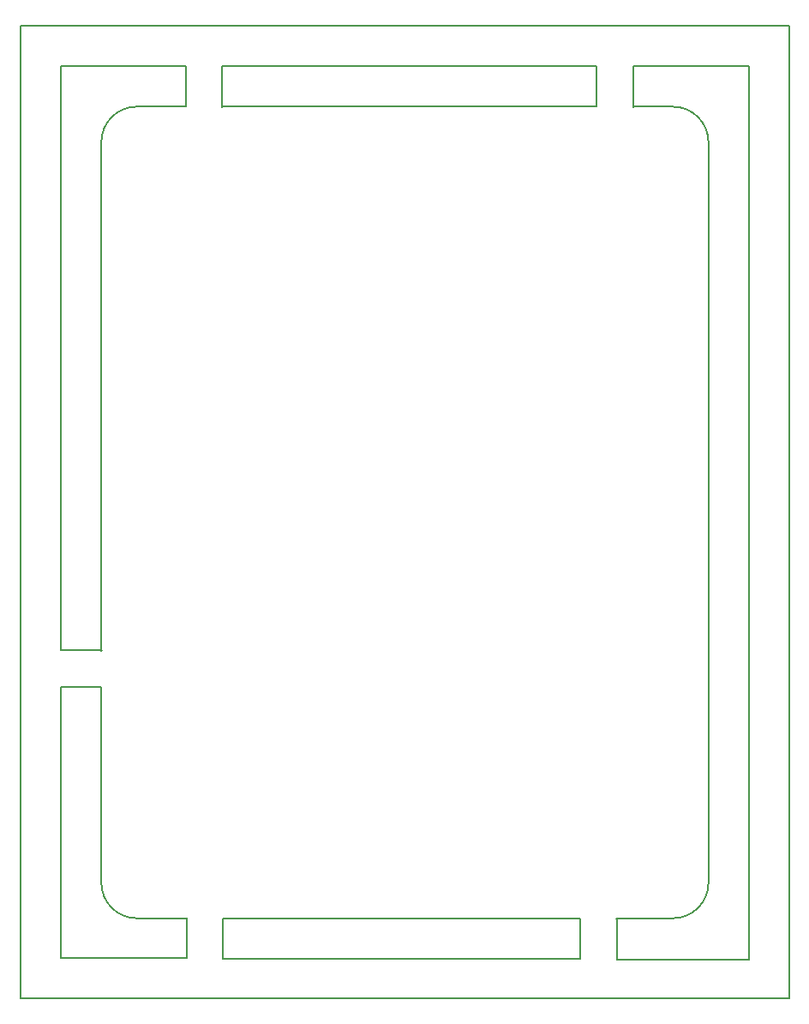
<source format=gbr>
G04 (created by PCBNEW (2013-june-11)-stable) date Tue 10 Oct 2017 05:17:01 PM CEST*
%MOIN*%
G04 Gerber Fmt 3.4, Leading zero omitted, Abs format*
%FSLAX34Y34*%
G01*
G70*
G90*
G04 APERTURE LIST*
%ADD10C,0.00590551*%
%ADD11C,0.00787402*%
G04 APERTURE END LIST*
G54D10*
G54D11*
X40574Y-57658D02*
X40583Y-57658D01*
X40574Y-19850D02*
X40574Y-57658D01*
X40575Y-19849D02*
X40575Y-19862D01*
X70460Y-19849D02*
X40575Y-19849D01*
X70460Y-19868D02*
X70460Y-19849D01*
X70460Y-57658D02*
X70460Y-19868D01*
X40575Y-57658D02*
X70460Y-57658D01*
X68894Y-23267D02*
X68906Y-23267D01*
X68890Y-53390D02*
X68902Y-53390D01*
X43087Y-57659D02*
X43087Y-57647D01*
X40561Y-53217D02*
X40573Y-53217D01*
X40565Y-23094D02*
X40577Y-23094D01*
X68472Y-19849D02*
X68472Y-19861D01*
X44228Y-19839D02*
X44228Y-19851D01*
X42134Y-45546D02*
X42132Y-45546D01*
X42134Y-56091D02*
X42134Y-45546D01*
X47037Y-56091D02*
X42134Y-56091D01*
X42132Y-45546D02*
X42132Y-56028D01*
X42140Y-44129D02*
X42137Y-44129D01*
X42140Y-21415D02*
X42140Y-44129D01*
X47009Y-21415D02*
X42140Y-21415D01*
X48421Y-21415D02*
X48421Y-21427D01*
X62986Y-21415D02*
X48421Y-21415D01*
X64402Y-21424D02*
X64402Y-21430D01*
X68891Y-21424D02*
X64402Y-21424D01*
X68891Y-56132D02*
X68891Y-21424D01*
X68891Y-56134D02*
X63758Y-56134D01*
X68891Y-53037D02*
X68891Y-56134D01*
X48452Y-56093D02*
X48452Y-56096D01*
X62337Y-56110D02*
X48453Y-56110D01*
X63753Y-54537D02*
X63753Y-54539D01*
X65949Y-54537D02*
X63753Y-54537D01*
X48423Y-22989D02*
X48423Y-22991D01*
X62988Y-22989D02*
X48423Y-22989D01*
X64404Y-22993D02*
X64404Y-22989D01*
X65944Y-22993D02*
X64404Y-22993D01*
X47009Y-22991D02*
X45088Y-22991D01*
X47037Y-54537D02*
X47037Y-54538D01*
X45099Y-54537D02*
X47037Y-54537D01*
X63759Y-56135D02*
X63759Y-54560D01*
X62336Y-56109D02*
X62336Y-54534D01*
X62337Y-54539D02*
X54171Y-54539D01*
X63754Y-54538D02*
X63754Y-54539D01*
X62986Y-22990D02*
X62986Y-21415D01*
X64402Y-23001D02*
X64402Y-21426D01*
X64403Y-22990D02*
X64403Y-22989D01*
X48453Y-54536D02*
X48453Y-54537D01*
X59734Y-54536D02*
X48453Y-54536D01*
X43713Y-45545D02*
X43715Y-45545D01*
X43713Y-53156D02*
X43713Y-45545D01*
X43714Y-44133D02*
X43715Y-44133D01*
X43714Y-24370D02*
X43714Y-44133D01*
X48424Y-22992D02*
X48424Y-22991D01*
X43722Y-44129D02*
X42147Y-44129D01*
X43704Y-45546D02*
X42129Y-45546D01*
X47035Y-56091D02*
X47035Y-54516D01*
X48452Y-56109D02*
X48452Y-54534D01*
X48421Y-22997D02*
X48421Y-21422D01*
X47007Y-22992D02*
X47007Y-21417D01*
X43713Y-53157D02*
G75*
G03X45091Y-54535I1377J0D01*
G74*
G01*
X65950Y-54536D02*
G75*
G03X67328Y-53158I0J1377D01*
G74*
G01*
X45091Y-22991D02*
G75*
G03X43713Y-24369I0J-1377D01*
G74*
G01*
X67327Y-24370D02*
G75*
G03X65949Y-22992I-1377J0D01*
G74*
G01*
X67328Y-24372D02*
X67328Y-53149D01*
M02*

</source>
